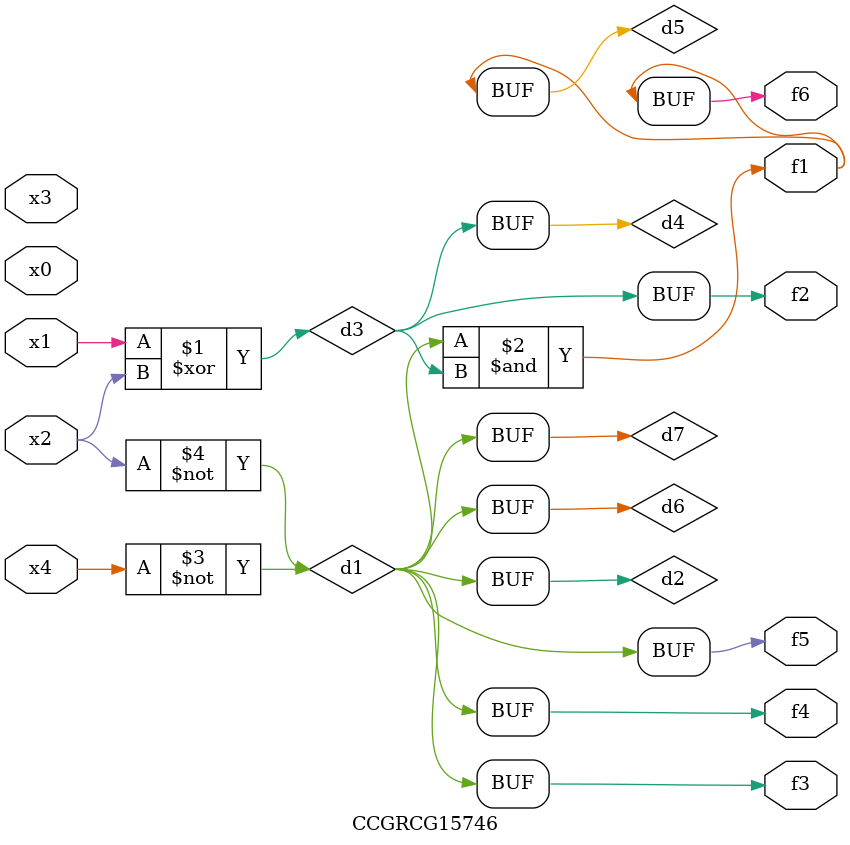
<source format=v>
module CCGRCG15746(
	input x0, x1, x2, x3, x4,
	output f1, f2, f3, f4, f5, f6
);

	wire d1, d2, d3, d4, d5, d6, d7;

	not (d1, x4);
	not (d2, x2);
	xor (d3, x1, x2);
	buf (d4, d3);
	and (d5, d1, d3);
	buf (d6, d1, d2);
	buf (d7, d2);
	assign f1 = d5;
	assign f2 = d4;
	assign f3 = d7;
	assign f4 = d7;
	assign f5 = d7;
	assign f6 = d5;
endmodule

</source>
